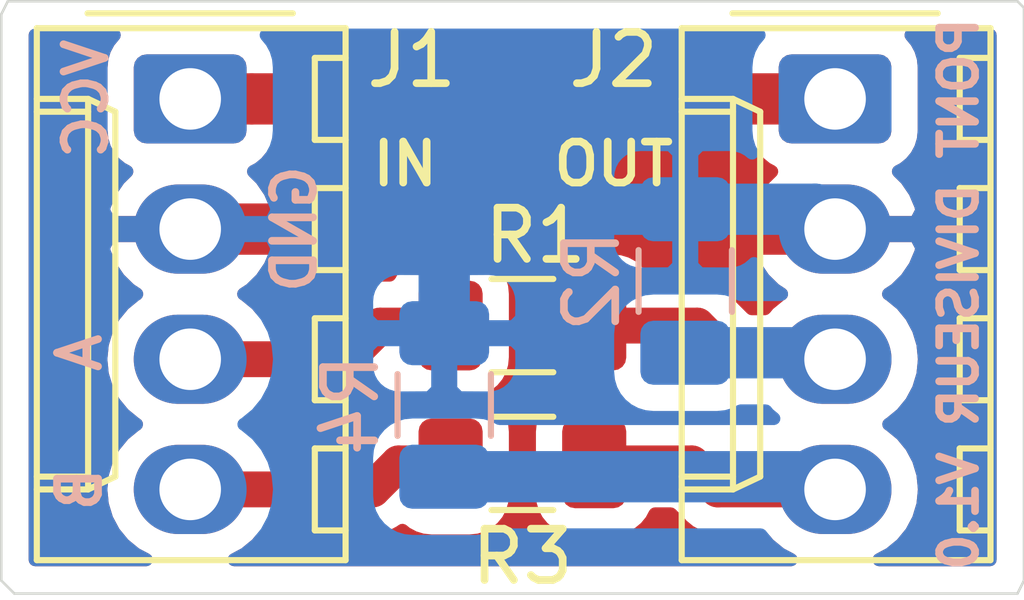
<source format=kicad_pcb>
(kicad_pcb (version 20171130) (host pcbnew 5.1.2-f72e74a~84~ubuntu18.04.1)

  (general
    (thickness 1.6)
    (drawings 15)
    (tracks 25)
    (zones 0)
    (modules 6)
    (nets 7)
  )

  (page A4)
  (layers
    (0 F.Cu signal)
    (31 B.Cu signal)
    (32 B.Adhes user)
    (33 F.Adhes user)
    (34 B.Paste user)
    (35 F.Paste user)
    (36 B.SilkS user)
    (37 F.SilkS user)
    (38 B.Mask user)
    (39 F.Mask user)
    (40 Dwgs.User user)
    (41 Cmts.User user)
    (42 Eco1.User user)
    (43 Eco2.User user)
    (44 Edge.Cuts user)
    (45 Margin user)
    (46 B.CrtYd user)
    (47 F.CrtYd user)
    (48 B.Fab user hide)
    (49 F.Fab user hide)
  )

  (setup
    (last_trace_width 1)
    (user_trace_width 0.5)
    (user_trace_width 0.7)
    (user_trace_width 1)
    (trace_clearance 0.2)
    (zone_clearance 0.508)
    (zone_45_only yes)
    (trace_min 0.2)
    (via_size 0.8)
    (via_drill 0.4)
    (via_min_size 0.4)
    (via_min_drill 0.3)
    (uvia_size 0.3)
    (uvia_drill 0.1)
    (uvias_allowed no)
    (uvia_min_size 0.2)
    (uvia_min_drill 0.1)
    (edge_width 0.05)
    (segment_width 0.2)
    (pcb_text_width 0.3)
    (pcb_text_size 1.5 1.5)
    (mod_edge_width 0.12)
    (mod_text_size 1 1)
    (mod_text_width 0.15)
    (pad_size 1.524 1.524)
    (pad_drill 0.762)
    (pad_to_mask_clearance 0.051)
    (solder_mask_min_width 0.25)
    (aux_axis_origin 0 0)
    (visible_elements FFFFFF7F)
    (pcbplotparams
      (layerselection 0x010fc_ffffffff)
      (usegerberextensions false)
      (usegerberattributes false)
      (usegerberadvancedattributes false)
      (creategerberjobfile false)
      (excludeedgelayer true)
      (linewidth 0.100000)
      (plotframeref false)
      (viasonmask false)
      (mode 1)
      (useauxorigin false)
      (hpglpennumber 1)
      (hpglpenspeed 20)
      (hpglpendiameter 15.000000)
      (psnegative false)
      (psa4output false)
      (plotreference true)
      (plotvalue true)
      (plotinvisibletext false)
      (padsonsilk false)
      (subtractmaskfromsilk false)
      (outputformat 1)
      (mirror false)
      (drillshape 0)
      (scaleselection 1)
      (outputdirectory "gerber/"))
  )

  (net 0 "")
  (net 1 /VCC)
  (net 2 GND)
  (net 3 /IN_A)
  (net 4 /IN_B)
  (net 5 /OUT_B)
  (net 6 /OUT_A)

  (net_class Default "This is the default net class."
    (clearance 0.2)
    (trace_width 0.25)
    (via_dia 0.8)
    (via_drill 0.4)
    (uvia_dia 0.3)
    (uvia_drill 0.1)
    (add_net /IN_A)
    (add_net /IN_B)
    (add_net /OUT_A)
    (add_net /OUT_B)
    (add_net /VCC)
    (add_net GND)
  )

  (module Connector_Molex:Molex_KK-254_AE-6410-04A_1x04_P2.54mm_Vertical (layer F.Cu) (tedit 5B78013E) (tstamp 63460DE6)
    (at 106.807 57.277 270)
    (descr "Molex KK-254 Interconnect System, old/engineering part number: AE-6410-04A example for new part number: 22-27-2041, 4 Pins (http://www.molex.com/pdm_docs/sd/022272021_sd.pdf), generated with kicad-footprint-generator")
    (tags "connector Molex KK-254 side entry")
    (path /6345B726)
    (fp_text reference J1 (at -0.762 -4.318 180) (layer F.SilkS)
      (effects (font (size 1 1) (thickness 0.15)))
    )
    (fp_text value Conn_01x04 (at 3.81 4.08 90) (layer F.Fab)
      (effects (font (size 1 1) (thickness 0.15)))
    )
    (fp_line (start -1.27 -2.92) (end -1.27 2.88) (layer F.Fab) (width 0.1))
    (fp_line (start -1.27 2.88) (end 8.89 2.88) (layer F.Fab) (width 0.1))
    (fp_line (start 8.89 2.88) (end 8.89 -2.92) (layer F.Fab) (width 0.1))
    (fp_line (start 8.89 -2.92) (end -1.27 -2.92) (layer F.Fab) (width 0.1))
    (fp_line (start -1.38 -3.03) (end -1.38 2.99) (layer F.SilkS) (width 0.12))
    (fp_line (start -1.38 2.99) (end 9 2.99) (layer F.SilkS) (width 0.12))
    (fp_line (start 9 2.99) (end 9 -3.03) (layer F.SilkS) (width 0.12))
    (fp_line (start 9 -3.03) (end -1.38 -3.03) (layer F.SilkS) (width 0.12))
    (fp_line (start -1.67 -2) (end -1.67 2) (layer F.SilkS) (width 0.12))
    (fp_line (start -1.27 -0.5) (end -0.562893 0) (layer F.Fab) (width 0.1))
    (fp_line (start -0.562893 0) (end -1.27 0.5) (layer F.Fab) (width 0.1))
    (fp_line (start 0 2.99) (end 0 1.99) (layer F.SilkS) (width 0.12))
    (fp_line (start 0 1.99) (end 7.62 1.99) (layer F.SilkS) (width 0.12))
    (fp_line (start 7.62 1.99) (end 7.62 2.99) (layer F.SilkS) (width 0.12))
    (fp_line (start 0 1.99) (end 0.25 1.46) (layer F.SilkS) (width 0.12))
    (fp_line (start 0.25 1.46) (end 7.37 1.46) (layer F.SilkS) (width 0.12))
    (fp_line (start 7.37 1.46) (end 7.62 1.99) (layer F.SilkS) (width 0.12))
    (fp_line (start 0.25 2.99) (end 0.25 1.99) (layer F.SilkS) (width 0.12))
    (fp_line (start 7.37 2.99) (end 7.37 1.99) (layer F.SilkS) (width 0.12))
    (fp_line (start -0.8 -3.03) (end -0.8 -2.43) (layer F.SilkS) (width 0.12))
    (fp_line (start -0.8 -2.43) (end 0.8 -2.43) (layer F.SilkS) (width 0.12))
    (fp_line (start 0.8 -2.43) (end 0.8 -3.03) (layer F.SilkS) (width 0.12))
    (fp_line (start 1.74 -3.03) (end 1.74 -2.43) (layer F.SilkS) (width 0.12))
    (fp_line (start 1.74 -2.43) (end 3.34 -2.43) (layer F.SilkS) (width 0.12))
    (fp_line (start 3.34 -2.43) (end 3.34 -3.03) (layer F.SilkS) (width 0.12))
    (fp_line (start 4.28 -3.03) (end 4.28 -2.43) (layer F.SilkS) (width 0.12))
    (fp_line (start 4.28 -2.43) (end 5.88 -2.43) (layer F.SilkS) (width 0.12))
    (fp_line (start 5.88 -2.43) (end 5.88 -3.03) (layer F.SilkS) (width 0.12))
    (fp_line (start 6.82 -3.03) (end 6.82 -2.43) (layer F.SilkS) (width 0.12))
    (fp_line (start 6.82 -2.43) (end 8.42 -2.43) (layer F.SilkS) (width 0.12))
    (fp_line (start 8.42 -2.43) (end 8.42 -3.03) (layer F.SilkS) (width 0.12))
    (fp_line (start -1.77 -3.42) (end -1.77 3.38) (layer F.CrtYd) (width 0.05))
    (fp_line (start -1.77 3.38) (end 9.39 3.38) (layer F.CrtYd) (width 0.05))
    (fp_line (start 9.39 3.38) (end 9.39 -3.42) (layer F.CrtYd) (width 0.05))
    (fp_line (start 9.39 -3.42) (end -1.77 -3.42) (layer F.CrtYd) (width 0.05))
    (fp_text user %R (at 3.81 -2.22 90) (layer F.Fab)
      (effects (font (size 1 1) (thickness 0.15)))
    )
    (pad 1 thru_hole roundrect (at 0 0 270) (size 1.74 2.2) (drill 1.2) (layers *.Cu *.Mask) (roundrect_rratio 0.143678)
      (net 1 /VCC))
    (pad 2 thru_hole oval (at 2.54 0 270) (size 1.74 2.2) (drill 1.2) (layers *.Cu *.Mask)
      (net 2 GND))
    (pad 3 thru_hole oval (at 5.08 0 270) (size 1.74 2.2) (drill 1.2) (layers *.Cu *.Mask)
      (net 3 /IN_A))
    (pad 4 thru_hole oval (at 7.62 0 270) (size 1.74 2.2) (drill 1.2) (layers *.Cu *.Mask)
      (net 4 /IN_B))
    (model ${KISYS3DMOD}/Connector_Molex.3dshapes/Molex_KK-254_AE-6410-04A_1x04_P2.54mm_Vertical.wrl
      (at (xyz 0 0 0))
      (scale (xyz 1 1 1))
      (rotate (xyz 0 0 0))
    )
  )

  (module Connector_Molex:Molex_KK-254_AE-6410-04A_1x04_P2.54mm_Vertical (layer F.Cu) (tedit 5B78013E) (tstamp 63460E12)
    (at 119.38 57.277 270)
    (descr "Molex KK-254 Interconnect System, old/engineering part number: AE-6410-04A example for new part number: 22-27-2041, 4 Pins (http://www.molex.com/pdm_docs/sd/022272021_sd.pdf), generated with kicad-footprint-generator")
    (tags "connector Molex KK-254 side entry")
    (path /6345BE5B)
    (fp_text reference J2 (at -0.762 4.318 180) (layer F.SilkS)
      (effects (font (size 1 1) (thickness 0.15)))
    )
    (fp_text value Conn_01x04 (at 3.81 4.08 90) (layer F.Fab)
      (effects (font (size 1 1) (thickness 0.15)))
    )
    (fp_text user %R (at 3.81 -2.22 270) (layer F.Fab)
      (effects (font (size 1 1) (thickness 0.15)))
    )
    (fp_line (start 9.39 -3.42) (end -1.77 -3.42) (layer F.CrtYd) (width 0.05))
    (fp_line (start 9.39 3.38) (end 9.39 -3.42) (layer F.CrtYd) (width 0.05))
    (fp_line (start -1.77 3.38) (end 9.39 3.38) (layer F.CrtYd) (width 0.05))
    (fp_line (start -1.77 -3.42) (end -1.77 3.38) (layer F.CrtYd) (width 0.05))
    (fp_line (start 8.42 -2.43) (end 8.42 -3.03) (layer F.SilkS) (width 0.12))
    (fp_line (start 6.82 -2.43) (end 8.42 -2.43) (layer F.SilkS) (width 0.12))
    (fp_line (start 6.82 -3.03) (end 6.82 -2.43) (layer F.SilkS) (width 0.12))
    (fp_line (start 5.88 -2.43) (end 5.88 -3.03) (layer F.SilkS) (width 0.12))
    (fp_line (start 4.28 -2.43) (end 5.88 -2.43) (layer F.SilkS) (width 0.12))
    (fp_line (start 4.28 -3.03) (end 4.28 -2.43) (layer F.SilkS) (width 0.12))
    (fp_line (start 3.34 -2.43) (end 3.34 -3.03) (layer F.SilkS) (width 0.12))
    (fp_line (start 1.74 -2.43) (end 3.34 -2.43) (layer F.SilkS) (width 0.12))
    (fp_line (start 1.74 -3.03) (end 1.74 -2.43) (layer F.SilkS) (width 0.12))
    (fp_line (start 0.8 -2.43) (end 0.8 -3.03) (layer F.SilkS) (width 0.12))
    (fp_line (start -0.8 -2.43) (end 0.8 -2.43) (layer F.SilkS) (width 0.12))
    (fp_line (start -0.8 -3.03) (end -0.8 -2.43) (layer F.SilkS) (width 0.12))
    (fp_line (start 7.37 2.99) (end 7.37 1.99) (layer F.SilkS) (width 0.12))
    (fp_line (start 0.25 2.99) (end 0.25 1.99) (layer F.SilkS) (width 0.12))
    (fp_line (start 7.37 1.46) (end 7.62 1.99) (layer F.SilkS) (width 0.12))
    (fp_line (start 0.25 1.46) (end 7.37 1.46) (layer F.SilkS) (width 0.12))
    (fp_line (start 0 1.99) (end 0.25 1.46) (layer F.SilkS) (width 0.12))
    (fp_line (start 7.62 1.99) (end 7.62 2.99) (layer F.SilkS) (width 0.12))
    (fp_line (start 0 1.99) (end 7.62 1.99) (layer F.SilkS) (width 0.12))
    (fp_line (start 0 2.99) (end 0 1.99) (layer F.SilkS) (width 0.12))
    (fp_line (start -0.562893 0) (end -1.27 0.5) (layer F.Fab) (width 0.1))
    (fp_line (start -1.27 -0.5) (end -0.562893 0) (layer F.Fab) (width 0.1))
    (fp_line (start -1.67 -2) (end -1.67 2) (layer F.SilkS) (width 0.12))
    (fp_line (start 9 -3.03) (end -1.38 -3.03) (layer F.SilkS) (width 0.12))
    (fp_line (start 9 2.99) (end 9 -3.03) (layer F.SilkS) (width 0.12))
    (fp_line (start -1.38 2.99) (end 9 2.99) (layer F.SilkS) (width 0.12))
    (fp_line (start -1.38 -3.03) (end -1.38 2.99) (layer F.SilkS) (width 0.12))
    (fp_line (start 8.89 -2.92) (end -1.27 -2.92) (layer F.Fab) (width 0.1))
    (fp_line (start 8.89 2.88) (end 8.89 -2.92) (layer F.Fab) (width 0.1))
    (fp_line (start -1.27 2.88) (end 8.89 2.88) (layer F.Fab) (width 0.1))
    (fp_line (start -1.27 -2.92) (end -1.27 2.88) (layer F.Fab) (width 0.1))
    (pad 4 thru_hole oval (at 7.62 0 270) (size 1.74 2.2) (drill 1.2) (layers *.Cu *.Mask)
      (net 5 /OUT_B))
    (pad 3 thru_hole oval (at 5.08 0 270) (size 1.74 2.2) (drill 1.2) (layers *.Cu *.Mask)
      (net 6 /OUT_A))
    (pad 2 thru_hole oval (at 2.54 0 270) (size 1.74 2.2) (drill 1.2) (layers *.Cu *.Mask)
      (net 2 GND))
    (pad 1 thru_hole roundrect (at 0 0 270) (size 1.74 2.2) (drill 1.2) (layers *.Cu *.Mask) (roundrect_rratio 0.143678)
      (net 1 /VCC))
    (model ${KISYS3DMOD}/Connector_Molex.3dshapes/Molex_KK-254_AE-6410-04A_1x04_P2.54mm_Vertical.wrl
      (at (xyz 0 0 0))
      (scale (xyz 1 1 1))
      (rotate (xyz 0 0 0))
    )
  )

  (module Resistor_SMD:R_1206_3216Metric (layer F.Cu) (tedit 5B301BBD) (tstamp 63460E23)
    (at 113.284 61.700001 180)
    (descr "Resistor SMD 1206 (3216 Metric), square (rectangular) end terminal, IPC_7351 nominal, (Body size source: http://www.tortai-tech.com/upload/download/2011102023233369053.pdf), generated with kicad-footprint-generator")
    (tags resistor)
    (path /6345FAD0)
    (attr smd)
    (fp_text reference R1 (at -0.254 1.756001) (layer F.SilkS)
      (effects (font (size 1 1) (thickness 0.15)))
    )
    (fp_text value R (at 0 1.82) (layer F.Fab)
      (effects (font (size 1 1) (thickness 0.15)))
    )
    (fp_line (start -1.6 0.8) (end -1.6 -0.8) (layer F.Fab) (width 0.1))
    (fp_line (start -1.6 -0.8) (end 1.6 -0.8) (layer F.Fab) (width 0.1))
    (fp_line (start 1.6 -0.8) (end 1.6 0.8) (layer F.Fab) (width 0.1))
    (fp_line (start 1.6 0.8) (end -1.6 0.8) (layer F.Fab) (width 0.1))
    (fp_line (start -0.602064 -0.91) (end 0.602064 -0.91) (layer F.SilkS) (width 0.12))
    (fp_line (start -0.602064 0.91) (end 0.602064 0.91) (layer F.SilkS) (width 0.12))
    (fp_line (start -2.28 1.12) (end -2.28 -1.12) (layer F.CrtYd) (width 0.05))
    (fp_line (start -2.28 -1.12) (end 2.28 -1.12) (layer F.CrtYd) (width 0.05))
    (fp_line (start 2.28 -1.12) (end 2.28 1.12) (layer F.CrtYd) (width 0.05))
    (fp_line (start 2.28 1.12) (end -2.28 1.12) (layer F.CrtYd) (width 0.05))
    (fp_text user %R (at 0 0) (layer F.Fab)
      (effects (font (size 0.8 0.8) (thickness 0.12)))
    )
    (pad 1 smd roundrect (at -1.4 0 180) (size 1.25 1.75) (layers F.Cu F.Paste F.Mask) (roundrect_rratio 0.2)
      (net 6 /OUT_A))
    (pad 2 smd roundrect (at 1.4 0 180) (size 1.25 1.75) (layers F.Cu F.Paste F.Mask) (roundrect_rratio 0.2)
      (net 3 /IN_A))
    (model ${KISYS3DMOD}/Resistor_SMD.3dshapes/R_1206_3216Metric.wrl
      (at (xyz 0 0 0))
      (scale (xyz 1 1 1))
      (rotate (xyz 0 0 0))
    )
  )

  (module Resistor_SMD:R_1206_3216Metric (layer B.Cu) (tedit 5B301BBD) (tstamp 63460E34)
    (at 116.459 60.83 270)
    (descr "Resistor SMD 1206 (3216 Metric), square (rectangular) end terminal, IPC_7351 nominal, (Body size source: http://www.tortai-tech.com/upload/download/2011102023233369053.pdf), generated with kicad-footprint-generator")
    (tags resistor)
    (path /63460345)
    (attr smd)
    (fp_text reference R2 (at 0 1.82 90) (layer B.SilkS)
      (effects (font (size 1 1) (thickness 0.15)) (justify mirror))
    )
    (fp_text value R (at 0 -1.82 90) (layer B.Fab)
      (effects (font (size 1 1) (thickness 0.15)) (justify mirror))
    )
    (fp_text user %R (at 0 0 90) (layer B.Fab)
      (effects (font (size 0.8 0.8) (thickness 0.12)) (justify mirror))
    )
    (fp_line (start 2.28 -1.12) (end -2.28 -1.12) (layer B.CrtYd) (width 0.05))
    (fp_line (start 2.28 1.12) (end 2.28 -1.12) (layer B.CrtYd) (width 0.05))
    (fp_line (start -2.28 1.12) (end 2.28 1.12) (layer B.CrtYd) (width 0.05))
    (fp_line (start -2.28 -1.12) (end -2.28 1.12) (layer B.CrtYd) (width 0.05))
    (fp_line (start -0.602064 -0.91) (end 0.602064 -0.91) (layer B.SilkS) (width 0.12))
    (fp_line (start -0.602064 0.91) (end 0.602064 0.91) (layer B.SilkS) (width 0.12))
    (fp_line (start 1.6 -0.8) (end -1.6 -0.8) (layer B.Fab) (width 0.1))
    (fp_line (start 1.6 0.8) (end 1.6 -0.8) (layer B.Fab) (width 0.1))
    (fp_line (start -1.6 0.8) (end 1.6 0.8) (layer B.Fab) (width 0.1))
    (fp_line (start -1.6 -0.8) (end -1.6 0.8) (layer B.Fab) (width 0.1))
    (pad 2 smd roundrect (at 1.4 0 270) (size 1.25 1.75) (layers B.Cu B.Paste B.Mask) (roundrect_rratio 0.2)
      (net 6 /OUT_A))
    (pad 1 smd roundrect (at -1.4 0 270) (size 1.25 1.75) (layers B.Cu B.Paste B.Mask) (roundrect_rratio 0.2)
      (net 2 GND))
    (model ${KISYS3DMOD}/Resistor_SMD.3dshapes/R_1206_3216Metric.wrl
      (at (xyz 0 0 0))
      (scale (xyz 1 1 1))
      (rotate (xyz 0 0 0))
    )
  )

  (module Resistor_SMD:R_1206_3216Metric (layer F.Cu) (tedit 5B301BBD) (tstamp 63460E45)
    (at 113.284 64.389 180)
    (descr "Resistor SMD 1206 (3216 Metric), square (rectangular) end terminal, IPC_7351 nominal, (Body size source: http://www.tortai-tech.com/upload/download/2011102023233369053.pdf), generated with kicad-footprint-generator")
    (tags resistor)
    (path /63464FDC)
    (attr smd)
    (fp_text reference R3 (at 0 -1.82) (layer F.SilkS)
      (effects (font (size 1 1) (thickness 0.15)))
    )
    (fp_text value R (at 0 1.82) (layer F.Fab)
      (effects (font (size 1 1) (thickness 0.15)))
    )
    (fp_line (start -1.6 0.8) (end -1.6 -0.8) (layer F.Fab) (width 0.1))
    (fp_line (start -1.6 -0.8) (end 1.6 -0.8) (layer F.Fab) (width 0.1))
    (fp_line (start 1.6 -0.8) (end 1.6 0.8) (layer F.Fab) (width 0.1))
    (fp_line (start 1.6 0.8) (end -1.6 0.8) (layer F.Fab) (width 0.1))
    (fp_line (start -0.602064 -0.91) (end 0.602064 -0.91) (layer F.SilkS) (width 0.12))
    (fp_line (start -0.602064 0.91) (end 0.602064 0.91) (layer F.SilkS) (width 0.12))
    (fp_line (start -2.28 1.12) (end -2.28 -1.12) (layer F.CrtYd) (width 0.05))
    (fp_line (start -2.28 -1.12) (end 2.28 -1.12) (layer F.CrtYd) (width 0.05))
    (fp_line (start 2.28 -1.12) (end 2.28 1.12) (layer F.CrtYd) (width 0.05))
    (fp_line (start 2.28 1.12) (end -2.28 1.12) (layer F.CrtYd) (width 0.05))
    (fp_text user %R (at 0 0) (layer F.Fab)
      (effects (font (size 0.8 0.8) (thickness 0.12)))
    )
    (pad 1 smd roundrect (at -1.4 0 180) (size 1.25 1.75) (layers F.Cu F.Paste F.Mask) (roundrect_rratio 0.2)
      (net 5 /OUT_B))
    (pad 2 smd roundrect (at 1.4 0 180) (size 1.25 1.75) (layers F.Cu F.Paste F.Mask) (roundrect_rratio 0.2)
      (net 4 /IN_B))
    (model ${KISYS3DMOD}/Resistor_SMD.3dshapes/R_1206_3216Metric.wrl
      (at (xyz 0 0 0))
      (scale (xyz 1 1 1))
      (rotate (xyz 0 0 0))
    )
  )

  (module Resistor_SMD:R_1206_3216Metric (layer B.Cu) (tedit 5B301BBD) (tstamp 63460E56)
    (at 111.76 63.249 270)
    (descr "Resistor SMD 1206 (3216 Metric), square (rectangular) end terminal, IPC_7351 nominal, (Body size source: http://www.tortai-tech.com/upload/download/2011102023233369053.pdf), generated with kicad-footprint-generator")
    (tags resistor)
    (path /63464FE6)
    (attr smd)
    (fp_text reference R4 (at 0 1.82 90) (layer B.SilkS)
      (effects (font (size 1 1) (thickness 0.15)) (justify mirror))
    )
    (fp_text value R (at 0 -1.82 90) (layer B.Fab)
      (effects (font (size 1 1) (thickness 0.15)) (justify mirror))
    )
    (fp_text user %R (at 0 0 90) (layer B.Fab)
      (effects (font (size 0.8 0.8) (thickness 0.12)) (justify mirror))
    )
    (fp_line (start 2.28 -1.12) (end -2.28 -1.12) (layer B.CrtYd) (width 0.05))
    (fp_line (start 2.28 1.12) (end 2.28 -1.12) (layer B.CrtYd) (width 0.05))
    (fp_line (start -2.28 1.12) (end 2.28 1.12) (layer B.CrtYd) (width 0.05))
    (fp_line (start -2.28 -1.12) (end -2.28 1.12) (layer B.CrtYd) (width 0.05))
    (fp_line (start -0.602064 -0.91) (end 0.602064 -0.91) (layer B.SilkS) (width 0.12))
    (fp_line (start -0.602064 0.91) (end 0.602064 0.91) (layer B.SilkS) (width 0.12))
    (fp_line (start 1.6 -0.8) (end -1.6 -0.8) (layer B.Fab) (width 0.1))
    (fp_line (start 1.6 0.8) (end 1.6 -0.8) (layer B.Fab) (width 0.1))
    (fp_line (start -1.6 0.8) (end 1.6 0.8) (layer B.Fab) (width 0.1))
    (fp_line (start -1.6 -0.8) (end -1.6 0.8) (layer B.Fab) (width 0.1))
    (pad 2 smd roundrect (at 1.4 0 270) (size 1.25 1.75) (layers B.Cu B.Paste B.Mask) (roundrect_rratio 0.2)
      (net 5 /OUT_B))
    (pad 1 smd roundrect (at -1.4 0 270) (size 1.25 1.75) (layers B.Cu B.Paste B.Mask) (roundrect_rratio 0.2)
      (net 2 GND))
    (model ${KISYS3DMOD}/Resistor_SMD.3dshapes/R_1206_3216Metric.wrl
      (at (xyz 0 0 0))
      (scale (xyz 1 1 1))
      (rotate (xyz 0 0 0))
    )
  )

  (gr_text B (at 104.648 64.897 90) (layer B.SilkS) (tstamp 6346163A)
    (effects (font (size 0.8 0.8) (thickness 0.15)) (justify mirror))
  )
  (gr_text A (at 104.648 62.23 90) (layer B.SilkS) (tstamp 63461637)
    (effects (font (size 0.8 0.8) (thickness 0.15)) (justify mirror))
  )
  (gr_text GND (at 108.839 59.817 90) (layer B.SilkS) (tstamp 63461633)
    (effects (font (size 0.8 0.8) (thickness 0.15)) (justify mirror))
  )
  (gr_text VCC (at 104.775 57.277 90) (layer B.SilkS)
    (effects (font (size 0.8 0.8) (thickness 0.15)) (justify mirror))
  )
  (gr_text OUT (at 115.062 58.547) (layer F.SilkS) (tstamp 634615AE)
    (effects (font (size 0.8 0.8) (thickness 0.15)))
  )
  (gr_text IN (at 110.998 58.547) (layer F.SilkS)
    (effects (font (size 0.8 0.8) (thickness 0.15)))
  )
  (gr_text "PONT DIVISEUR V1.0" (at 121.793 61.087 90) (layer B.SilkS)
    (effects (font (size 0.7 0.7) (thickness 0.15)) (justify mirror))
  )
  (gr_line (start 103.124 55.626) (end 103.251 55.372) (layer Edge.Cuts) (width 0.05) (tstamp 63461557))
  (gr_line (start 103.124 66.675) (end 103.124 55.626) (layer Edge.Cuts) (width 0.05))
  (gr_line (start 103.378 66.929) (end 103.124 66.675) (layer Edge.Cuts) (width 0.05))
  (gr_line (start 122.936 66.929) (end 103.378 66.929) (layer Edge.Cuts) (width 0.05))
  (gr_line (start 123.063 66.675) (end 122.936 66.929) (layer Edge.Cuts) (width 0.05))
  (gr_line (start 123.063 55.499) (end 123.063 66.675) (layer Edge.Cuts) (width 0.05))
  (gr_line (start 122.936 55.372) (end 123.063 55.499) (layer Edge.Cuts) (width 0.05))
  (gr_line (start 103.251 55.372) (end 122.936 55.372) (layer Edge.Cuts) (width 0.05))

  (segment (start 108.007 57.277) (end 119.38 57.277) (width 1) (layer F.Cu) (net 1))
  (segment (start 106.807 57.277) (end 108.007 57.277) (width 1) (layer F.Cu) (net 1))
  (segment (start 106.807 59.817) (end 119.38 59.817) (width 1) (layer F.Cu) (net 2))
  (segment (start 119.38 59.817) (end 119.005 59.817) (width 0.7) (layer B.Cu) (net 2))
  (segment (start 118.993 59.43) (end 119.38 59.817) (width 1) (layer B.Cu) (net 2))
  (segment (start 116.459 59.43) (end 118.993 59.43) (width 1) (layer B.Cu) (net 2))
  (segment (start 112.401 59.43) (end 116.459 59.43) (width 1) (layer B.Cu) (net 2))
  (segment (start 111.76 61.849) (end 111.76 60.071) (width 1) (layer B.Cu) (net 2))
  (segment (start 111.76 60.071) (end 112.401 59.43) (width 1) (layer B.Cu) (net 2))
  (segment (start 106.807 62.357) (end 109.855 62.357) (width 0.7) (layer F.Cu) (net 3))
  (segment (start 110.511999 61.700001) (end 111.884 61.700001) (width 0.7) (layer F.Cu) (net 3))
  (segment (start 109.855 62.357) (end 110.511999 61.700001) (width 0.7) (layer F.Cu) (net 3))
  (segment (start 110.871 64.389) (end 111.884 64.389) (width 0.7) (layer F.Cu) (net 4))
  (segment (start 106.807 64.897) (end 110.363 64.897) (width 0.7) (layer F.Cu) (net 4))
  (segment (start 110.363 64.897) (end 110.871 64.389) (width 0.7) (layer F.Cu) (net 4))
  (segment (start 114.684 64.389) (end 116.586 64.389) (width 0.7) (layer F.Cu) (net 5))
  (segment (start 117.094 64.897) (end 119.38 64.897) (width 0.7) (layer F.Cu) (net 5))
  (segment (start 116.586 64.389) (end 117.094 64.897) (width 0.7) (layer F.Cu) (net 5))
  (segment (start 119.132 64.649) (end 119.38 64.897) (width 1) (layer B.Cu) (net 5))
  (segment (start 111.76 64.649) (end 119.132 64.649) (width 1) (layer B.Cu) (net 5))
  (segment (start 114.684 61.700001) (end 116.691001 61.700001) (width 0.7) (layer F.Cu) (net 6))
  (segment (start 117.348 62.357) (end 119.38 62.357) (width 0.7) (layer F.Cu) (net 6))
  (segment (start 116.691001 61.700001) (end 117.348 62.357) (width 0.7) (layer F.Cu) (net 6))
  (segment (start 119.253 62.23) (end 119.38 62.357) (width 1) (layer B.Cu) (net 6))
  (segment (start 116.459 62.23) (end 119.253 62.23) (width 1) (layer B.Cu) (net 6))

  (zone (net 2) (net_name GND) (layer F.Cu) (tstamp 63461773) (hatch edge 0.508)
    (connect_pads (clearance 0.508))
    (min_thickness 0.254)
    (fill yes (arc_segments 32) (thermal_gap 0.508) (thermal_bridge_width 0.508) (smoothing chamfer))
    (polygon
      (pts
        (xy 103.505 55.626) (xy 122.682 55.626) (xy 122.682 66.675) (xy 103.505 66.675)
      )
    )
    (filled_polygon
      (pts
        (xy 105.218595 56.163613) (xy 105.136528 56.317149) (xy 105.085992 56.483745) (xy 105.068928 56.656999) (xy 105.068928 57.897001)
        (xy 105.085992 58.070255) (xy 105.136528 58.236851) (xy 105.218595 58.390387) (xy 105.329038 58.524962) (xy 105.463613 58.635405)
        (xy 105.572314 58.693507) (xy 105.416464 58.846506) (xy 105.249429 59.091563) (xy 105.133412 59.364498) (xy 105.115698 59.456969)
        (xy 105.236754 59.69) (xy 106.68 59.69) (xy 106.68 59.67) (xy 106.934 59.67) (xy 106.934 59.69)
        (xy 108.377246 59.69) (xy 108.498302 59.456969) (xy 108.480588 59.364498) (xy 108.364571 59.091563) (xy 108.197536 58.846506)
        (xy 108.041686 58.693507) (xy 108.150387 58.635405) (xy 108.284962 58.524962) (xy 108.377668 58.412) (xy 117.809332 58.412)
        (xy 117.902038 58.524962) (xy 118.036613 58.635405) (xy 118.145314 58.693507) (xy 117.989464 58.846506) (xy 117.822429 59.091563)
        (xy 117.706412 59.364498) (xy 117.688698 59.456969) (xy 117.809754 59.69) (xy 119.253 59.69) (xy 119.253 59.67)
        (xy 119.507 59.67) (xy 119.507 59.69) (xy 120.950246 59.69) (xy 121.071302 59.456969) (xy 121.053588 59.364498)
        (xy 120.937571 59.091563) (xy 120.770536 58.846506) (xy 120.614686 58.693507) (xy 120.723387 58.635405) (xy 120.857962 58.524962)
        (xy 120.968405 58.390387) (xy 121.050472 58.236851) (xy 121.101008 58.070255) (xy 121.118072 57.897001) (xy 121.118072 56.656999)
        (xy 121.101008 56.483745) (xy 121.050472 56.317149) (xy 120.968405 56.163613) (xy 120.860393 56.032) (xy 122.403 56.032)
        (xy 122.403001 66.269) (xy 120.235808 66.269) (xy 120.450179 66.154417) (xy 120.679345 65.966345) (xy 120.867417 65.737179)
        (xy 121.007166 65.475725) (xy 121.093224 65.192032) (xy 121.122282 64.897) (xy 121.093224 64.601968) (xy 121.007166 64.318275)
        (xy 120.867417 64.056821) (xy 120.679345 63.827655) (xy 120.450179 63.639583) (xy 120.426638 63.627) (xy 120.450179 63.614417)
        (xy 120.679345 63.426345) (xy 120.867417 63.197179) (xy 121.007166 62.935725) (xy 121.093224 62.652032) (xy 121.122282 62.357)
        (xy 121.093224 62.061968) (xy 121.007166 61.778275) (xy 120.867417 61.516821) (xy 120.679345 61.287655) (xy 120.450179 61.099583)
        (xy 120.422331 61.084698) (xy 120.558903 60.995256) (xy 120.770536 60.787494) (xy 120.937571 60.542437) (xy 121.053588 60.269502)
        (xy 121.071302 60.177031) (xy 120.950246 59.944) (xy 119.507 59.944) (xy 119.507 59.964) (xy 119.253 59.964)
        (xy 119.253 59.944) (xy 117.809754 59.944) (xy 117.688698 60.177031) (xy 117.706412 60.269502) (xy 117.822429 60.542437)
        (xy 117.989464 60.787494) (xy 118.201097 60.995256) (xy 118.337669 61.084698) (xy 118.309821 61.099583) (xy 118.080655 61.287655)
        (xy 118.011435 61.372) (xy 117.756 61.372) (xy 117.421717 61.037717) (xy 117.390871 61.000131) (xy 117.240885 60.877041)
        (xy 117.069768 60.785577) (xy 116.884095 60.729254) (xy 116.739381 60.715001) (xy 116.691001 60.710236) (xy 116.642621 60.715001)
        (xy 115.868702 60.715001) (xy 115.797405 60.581615) (xy 115.686962 60.447039) (xy 115.552386 60.336596) (xy 115.39885 60.254529)
        (xy 115.232254 60.203993) (xy 115.059 60.186929) (xy 114.309 60.186929) (xy 114.135746 60.203993) (xy 113.96915 60.254529)
        (xy 113.815614 60.336596) (xy 113.681038 60.447039) (xy 113.570595 60.581615) (xy 113.488528 60.735151) (xy 113.437992 60.901747)
        (xy 113.420928 61.075001) (xy 113.420928 62.325001) (xy 113.437992 62.498255) (xy 113.488528 62.664851) (xy 113.570595 62.818387)
        (xy 113.681038 62.952963) (xy 113.792577 63.044501) (xy 113.681038 63.136038) (xy 113.570595 63.270614) (xy 113.488528 63.42415)
        (xy 113.437992 63.590746) (xy 113.420928 63.764) (xy 113.420928 65.014) (xy 113.437992 65.187254) (xy 113.488528 65.35385)
        (xy 113.570595 65.507386) (xy 113.681038 65.641962) (xy 113.815614 65.752405) (xy 113.96915 65.834472) (xy 114.135746 65.885008)
        (xy 114.309 65.902072) (xy 115.059 65.902072) (xy 115.232254 65.885008) (xy 115.39885 65.834472) (xy 115.552386 65.752405)
        (xy 115.686962 65.641962) (xy 115.797405 65.507386) (xy 115.868702 65.374) (xy 116.178001 65.374) (xy 116.36328 65.559279)
        (xy 116.39413 65.59687) (xy 116.544116 65.71996) (xy 116.715233 65.811424) (xy 116.900906 65.867747) (xy 117.04562 65.882)
        (xy 117.045621 65.882) (xy 117.093999 65.886765) (xy 117.142377 65.882) (xy 118.011435 65.882) (xy 118.080655 65.966345)
        (xy 118.309821 66.154417) (xy 118.524192 66.269) (xy 107.662808 66.269) (xy 107.877179 66.154417) (xy 108.106345 65.966345)
        (xy 108.175565 65.882) (xy 110.31462 65.882) (xy 110.363 65.886765) (xy 110.41138 65.882) (xy 110.556094 65.867747)
        (xy 110.741767 65.811424) (xy 110.912884 65.71996) (xy 110.944482 65.694029) (xy 111.015614 65.752405) (xy 111.16915 65.834472)
        (xy 111.335746 65.885008) (xy 111.509 65.902072) (xy 112.259 65.902072) (xy 112.432254 65.885008) (xy 112.59885 65.834472)
        (xy 112.752386 65.752405) (xy 112.886962 65.641962) (xy 112.997405 65.507386) (xy 113.079472 65.35385) (xy 113.130008 65.187254)
        (xy 113.147072 65.014) (xy 113.147072 63.764) (xy 113.130008 63.590746) (xy 113.079472 63.42415) (xy 112.997405 63.270614)
        (xy 112.886962 63.136038) (xy 112.775423 63.044501) (xy 112.886962 62.952963) (xy 112.997405 62.818387) (xy 113.079472 62.664851)
        (xy 113.130008 62.498255) (xy 113.147072 62.325001) (xy 113.147072 61.075001) (xy 113.130008 60.901747) (xy 113.079472 60.735151)
        (xy 112.997405 60.581615) (xy 112.886962 60.447039) (xy 112.752386 60.336596) (xy 112.59885 60.254529) (xy 112.432254 60.203993)
        (xy 112.259 60.186929) (xy 111.509 60.186929) (xy 111.335746 60.203993) (xy 111.16915 60.254529) (xy 111.015614 60.336596)
        (xy 110.881038 60.447039) (xy 110.770595 60.581615) (xy 110.699298 60.715001) (xy 110.560379 60.715001) (xy 110.511999 60.710236)
        (xy 110.463619 60.715001) (xy 110.318905 60.729254) (xy 110.133232 60.785577) (xy 109.962115 60.877041) (xy 109.812129 61.000131)
        (xy 109.781283 61.037717) (xy 109.447 61.372) (xy 108.175565 61.372) (xy 108.106345 61.287655) (xy 107.877179 61.099583)
        (xy 107.849331 61.084698) (xy 107.985903 60.995256) (xy 108.197536 60.787494) (xy 108.364571 60.542437) (xy 108.480588 60.269502)
        (xy 108.498302 60.177031) (xy 108.377246 59.944) (xy 106.934 59.944) (xy 106.934 59.964) (xy 106.68 59.964)
        (xy 106.68 59.944) (xy 105.236754 59.944) (xy 105.115698 60.177031) (xy 105.133412 60.269502) (xy 105.249429 60.542437)
        (xy 105.416464 60.787494) (xy 105.628097 60.995256) (xy 105.764669 61.084698) (xy 105.736821 61.099583) (xy 105.507655 61.287655)
        (xy 105.319583 61.516821) (xy 105.179834 61.778275) (xy 105.093776 62.061968) (xy 105.064718 62.357) (xy 105.093776 62.652032)
        (xy 105.179834 62.935725) (xy 105.319583 63.197179) (xy 105.507655 63.426345) (xy 105.736821 63.614417) (xy 105.760362 63.627)
        (xy 105.736821 63.639583) (xy 105.507655 63.827655) (xy 105.319583 64.056821) (xy 105.179834 64.318275) (xy 105.093776 64.601968)
        (xy 105.064718 64.897) (xy 105.093776 65.192032) (xy 105.179834 65.475725) (xy 105.319583 65.737179) (xy 105.507655 65.966345)
        (xy 105.736821 66.154417) (xy 105.951192 66.269) (xy 103.784 66.269) (xy 103.784 56.032) (xy 105.326607 56.032)
      )
    )
  )
  (zone (net 2) (net_name GND) (layer B.Cu) (tstamp 63461770) (hatch edge 0.508)
    (connect_pads (clearance 0.508))
    (min_thickness 0.254)
    (fill yes (arc_segments 32) (thermal_gap 0.508) (thermal_bridge_width 0.508) (smoothing chamfer))
    (polygon
      (pts
        (xy 103.607593 55.626) (xy 122.784593 55.626) (xy 122.784593 66.675) (xy 103.607593 66.675)
      )
    )
    (filled_polygon
      (pts
        (xy 122.403001 66.269) (xy 120.235808 66.269) (xy 120.450179 66.154417) (xy 120.679345 65.966345) (xy 120.867417 65.737179)
        (xy 121.007166 65.475725) (xy 121.093224 65.192032) (xy 121.122282 64.897) (xy 121.093224 64.601968) (xy 121.007166 64.318275)
        (xy 120.867417 64.056821) (xy 120.679345 63.827655) (xy 120.450179 63.639583) (xy 120.426638 63.627) (xy 120.450179 63.614417)
        (xy 120.679345 63.426345) (xy 120.867417 63.197179) (xy 121.007166 62.935725) (xy 121.093224 62.652032) (xy 121.122282 62.357)
        (xy 121.093224 62.061968) (xy 121.007166 61.778275) (xy 120.867417 61.516821) (xy 120.679345 61.287655) (xy 120.450179 61.099583)
        (xy 120.422331 61.084698) (xy 120.558903 60.995256) (xy 120.770536 60.787494) (xy 120.937571 60.542437) (xy 121.053588 60.269502)
        (xy 121.071302 60.177031) (xy 120.950246 59.944) (xy 119.507 59.944) (xy 119.507 59.964) (xy 119.253 59.964)
        (xy 119.253 59.944) (xy 119.233 59.944) (xy 119.233 59.69) (xy 119.253 59.69) (xy 119.253 59.67)
        (xy 119.507 59.67) (xy 119.507 59.69) (xy 120.950246 59.69) (xy 121.071302 59.456969) (xy 121.053588 59.364498)
        (xy 120.937571 59.091563) (xy 120.770536 58.846506) (xy 120.614686 58.693507) (xy 120.723387 58.635405) (xy 120.857962 58.524962)
        (xy 120.968405 58.390387) (xy 121.050472 58.236851) (xy 121.101008 58.070255) (xy 121.118072 57.897001) (xy 121.118072 56.656999)
        (xy 121.101008 56.483745) (xy 121.050472 56.317149) (xy 120.968405 56.163613) (xy 120.860393 56.032) (xy 122.403 56.032)
      )
    )
    (filled_polygon
      (pts
        (xy 105.218595 56.163613) (xy 105.136528 56.317149) (xy 105.085992 56.483745) (xy 105.068928 56.656999) (xy 105.068928 57.897001)
        (xy 105.085992 58.070255) (xy 105.136528 58.236851) (xy 105.218595 58.390387) (xy 105.329038 58.524962) (xy 105.463613 58.635405)
        (xy 105.572314 58.693507) (xy 105.416464 58.846506) (xy 105.249429 59.091563) (xy 105.133412 59.364498) (xy 105.115698 59.456969)
        (xy 105.236754 59.69) (xy 106.68 59.69) (xy 106.68 59.67) (xy 106.934 59.67) (xy 106.934 59.69)
        (xy 108.377246 59.69) (xy 108.498302 59.456969) (xy 108.480588 59.364498) (xy 108.364571 59.091563) (xy 108.197536 58.846506)
        (xy 108.155257 58.805) (xy 114.945928 58.805) (xy 114.949 59.14425) (xy 115.10775 59.303) (xy 116.332 59.303)
        (xy 116.332 58.32875) (xy 116.17325 58.17) (xy 115.584 58.166928) (xy 115.459518 58.179188) (xy 115.33982 58.215498)
        (xy 115.229506 58.274463) (xy 115.132815 58.353815) (xy 115.053463 58.450506) (xy 114.994498 58.56082) (xy 114.958188 58.680518)
        (xy 114.945928 58.805) (xy 108.155257 58.805) (xy 108.041686 58.693507) (xy 108.150387 58.635405) (xy 108.284962 58.524962)
        (xy 108.395405 58.390387) (xy 108.477472 58.236851) (xy 108.528008 58.070255) (xy 108.545072 57.897001) (xy 108.545072 56.656999)
        (xy 108.528008 56.483745) (xy 108.477472 56.317149) (xy 108.395405 56.163613) (xy 108.287393 56.032) (xy 117.899607 56.032)
        (xy 117.791595 56.163613) (xy 117.709528 56.317149) (xy 117.658992 56.483745) (xy 117.641928 56.656999) (xy 117.641928 57.897001)
        (xy 117.658992 58.070255) (xy 117.709528 58.236851) (xy 117.76178 58.334607) (xy 117.688494 58.274463) (xy 117.57818 58.215498)
        (xy 117.458482 58.179188) (xy 117.334 58.166928) (xy 116.74475 58.17) (xy 116.586 58.32875) (xy 116.586 59.303)
        (xy 116.606 59.303) (xy 116.606 59.557) (xy 116.586 59.557) (xy 116.586 60.53125) (xy 116.74475 60.69)
        (xy 117.334 60.693072) (xy 117.458482 60.680812) (xy 117.57818 60.644502) (xy 117.688494 60.585537) (xy 117.785185 60.506185)
        (xy 117.799569 60.488658) (xy 117.822429 60.542437) (xy 117.989464 60.787494) (xy 118.201097 60.995256) (xy 118.337669 61.084698)
        (xy 118.318395 61.095) (xy 117.536985 61.095) (xy 117.42385 61.034528) (xy 117.257254 60.983992) (xy 117.084 60.966928)
        (xy 115.834 60.966928) (xy 115.660746 60.983992) (xy 115.49415 61.034528) (xy 115.340614 61.116595) (xy 115.206038 61.227038)
        (xy 115.095595 61.361614) (xy 115.013528 61.51515) (xy 114.962992 61.681746) (xy 114.945928 61.855) (xy 114.945928 62.605)
        (xy 114.962992 62.778254) (xy 115.013528 62.94485) (xy 115.095595 63.098386) (xy 115.206038 63.232962) (xy 115.340614 63.343405)
        (xy 115.49415 63.425472) (xy 115.660746 63.476008) (xy 115.834 63.493072) (xy 117.084 63.493072) (xy 117.257254 63.476008)
        (xy 117.42385 63.425472) (xy 117.536985 63.365) (xy 118.03031 63.365) (xy 118.080655 63.426345) (xy 118.187463 63.514)
        (xy 112.837985 63.514) (xy 112.72485 63.453528) (xy 112.558254 63.402992) (xy 112.385 63.385928) (xy 111.135 63.385928)
        (xy 110.961746 63.402992) (xy 110.79515 63.453528) (xy 110.641614 63.535595) (xy 110.507038 63.646038) (xy 110.396595 63.780614)
        (xy 110.314528 63.93415) (xy 110.263992 64.100746) (xy 110.246928 64.274) (xy 110.246928 65.024) (xy 110.263992 65.197254)
        (xy 110.314528 65.36385) (xy 110.396595 65.517386) (xy 110.507038 65.651962) (xy 110.641614 65.762405) (xy 110.79515 65.844472)
        (xy 110.961746 65.895008) (xy 111.135 65.912072) (xy 112.385 65.912072) (xy 112.558254 65.895008) (xy 112.72485 65.844472)
        (xy 112.837985 65.784) (xy 117.931008 65.784) (xy 118.080655 65.966345) (xy 118.309821 66.154417) (xy 118.524192 66.269)
        (xy 107.662808 66.269) (xy 107.877179 66.154417) (xy 108.106345 65.966345) (xy 108.294417 65.737179) (xy 108.434166 65.475725)
        (xy 108.520224 65.192032) (xy 108.549282 64.897) (xy 108.520224 64.601968) (xy 108.434166 64.318275) (xy 108.294417 64.056821)
        (xy 108.106345 63.827655) (xy 107.877179 63.639583) (xy 107.853638 63.627) (xy 107.877179 63.614417) (xy 108.106345 63.426345)
        (xy 108.294417 63.197179) (xy 108.434166 62.935725) (xy 108.520224 62.652032) (xy 108.537758 62.474) (xy 110.246928 62.474)
        (xy 110.259188 62.598482) (xy 110.295498 62.71818) (xy 110.354463 62.828494) (xy 110.433815 62.925185) (xy 110.530506 63.004537)
        (xy 110.64082 63.063502) (xy 110.760518 63.099812) (xy 110.885 63.112072) (xy 111.47425 63.109) (xy 111.633 62.95025)
        (xy 111.633 61.976) (xy 111.887 61.976) (xy 111.887 62.95025) (xy 112.04575 63.109) (xy 112.635 63.112072)
        (xy 112.759482 63.099812) (xy 112.87918 63.063502) (xy 112.989494 63.004537) (xy 113.086185 62.925185) (xy 113.165537 62.828494)
        (xy 113.224502 62.71818) (xy 113.260812 62.598482) (xy 113.273072 62.474) (xy 113.27 62.13475) (xy 113.11125 61.976)
        (xy 111.887 61.976) (xy 111.633 61.976) (xy 110.40875 61.976) (xy 110.25 62.13475) (xy 110.246928 62.474)
        (xy 108.537758 62.474) (xy 108.549282 62.357) (xy 108.520224 62.061968) (xy 108.434166 61.778275) (xy 108.294417 61.516821)
        (xy 108.106345 61.287655) (xy 108.028782 61.224) (xy 110.246928 61.224) (xy 110.25 61.56325) (xy 110.40875 61.722)
        (xy 111.633 61.722) (xy 111.633 60.74775) (xy 111.887 60.74775) (xy 111.887 61.722) (xy 113.11125 61.722)
        (xy 113.27 61.56325) (xy 113.273072 61.224) (xy 113.260812 61.099518) (xy 113.224502 60.97982) (xy 113.165537 60.869506)
        (xy 113.086185 60.772815) (xy 112.989494 60.693463) (xy 112.87918 60.634498) (xy 112.759482 60.598188) (xy 112.635 60.585928)
        (xy 112.04575 60.589) (xy 111.887 60.74775) (xy 111.633 60.74775) (xy 111.47425 60.589) (xy 110.885 60.585928)
        (xy 110.760518 60.598188) (xy 110.64082 60.634498) (xy 110.530506 60.693463) (xy 110.433815 60.772815) (xy 110.354463 60.869506)
        (xy 110.295498 60.97982) (xy 110.259188 61.099518) (xy 110.246928 61.224) (xy 108.028782 61.224) (xy 107.877179 61.099583)
        (xy 107.849331 61.084698) (xy 107.985903 60.995256) (xy 108.197536 60.787494) (xy 108.364571 60.542437) (xy 108.480588 60.269502)
        (xy 108.498302 60.177031) (xy 108.434909 60.055) (xy 114.945928 60.055) (xy 114.958188 60.179482) (xy 114.994498 60.29918)
        (xy 115.053463 60.409494) (xy 115.132815 60.506185) (xy 115.229506 60.585537) (xy 115.33982 60.644502) (xy 115.459518 60.680812)
        (xy 115.584 60.693072) (xy 116.17325 60.69) (xy 116.332 60.53125) (xy 116.332 59.557) (xy 115.10775 59.557)
        (xy 114.949 59.71575) (xy 114.945928 60.055) (xy 108.434909 60.055) (xy 108.377246 59.944) (xy 106.934 59.944)
        (xy 106.934 59.964) (xy 106.68 59.964) (xy 106.68 59.944) (xy 105.236754 59.944) (xy 105.115698 60.177031)
        (xy 105.133412 60.269502) (xy 105.249429 60.542437) (xy 105.416464 60.787494) (xy 105.628097 60.995256) (xy 105.764669 61.084698)
        (xy 105.736821 61.099583) (xy 105.507655 61.287655) (xy 105.319583 61.516821) (xy 105.179834 61.778275) (xy 105.093776 62.061968)
        (xy 105.064718 62.357) (xy 105.093776 62.652032) (xy 105.179834 62.935725) (xy 105.319583 63.197179) (xy 105.507655 63.426345)
        (xy 105.736821 63.614417) (xy 105.760362 63.627) (xy 105.736821 63.639583) (xy 105.507655 63.827655) (xy 105.319583 64.056821)
        (xy 105.179834 64.318275) (xy 105.093776 64.601968) (xy 105.064718 64.897) (xy 105.093776 65.192032) (xy 105.179834 65.475725)
        (xy 105.319583 65.737179) (xy 105.507655 65.966345) (xy 105.736821 66.154417) (xy 105.951192 66.269) (xy 103.784 66.269)
        (xy 103.784 56.032) (xy 105.326607 56.032)
      )
    )
  )
)

</source>
